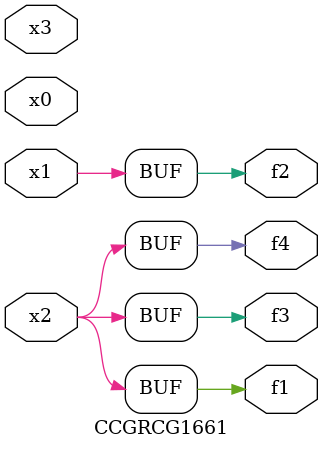
<source format=v>
module CCGRCG1661(
	input x0, x1, x2, x3,
	output f1, f2, f3, f4
);
	assign f1 = x2;
	assign f2 = x1;
	assign f3 = x2;
	assign f4 = x2;
endmodule

</source>
